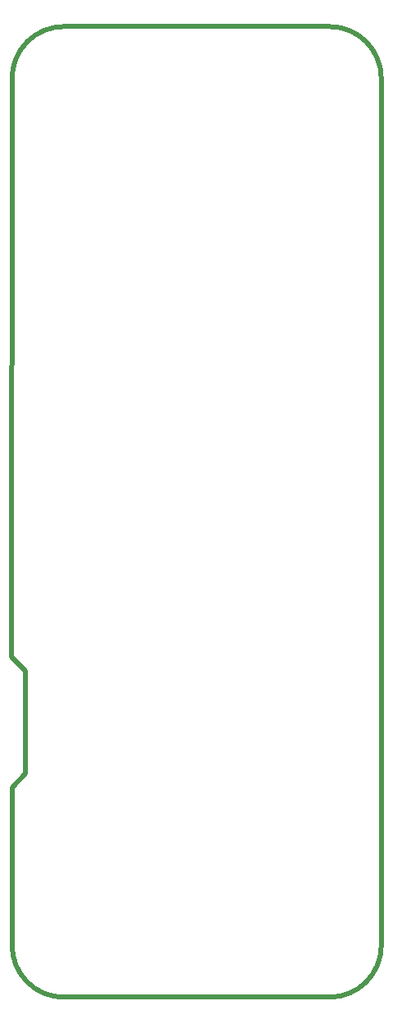
<source format=gbr>
%TF.GenerationSoftware,KiCad,Pcbnew,(6.0.2)*%
%TF.CreationDate,2022-04-15T22:59:47-04:00*%
%TF.ProjectId,Nova,4e6f7661-2e6b-4696-9361-645f70636258,rev?*%
%TF.SameCoordinates,Original*%
%TF.FileFunction,Profile,NP*%
%FSLAX46Y46*%
G04 Gerber Fmt 4.6, Leading zero omitted, Abs format (unit mm)*
G04 Created by KiCad (PCBNEW (6.0.2)) date 2022-04-15 22:59:47*
%MOMM*%
%LPD*%
G01*
G04 APERTURE LIST*
%TA.AperFunction,Profile*%
%ADD10C,0.500000*%
%TD*%
G04 APERTURE END LIST*
D10*
X178816000Y-138430000D02*
X178816000Y-49022000D01*
X173482000Y-43688000D02*
X146050000Y-43688000D01*
X146050000Y-143764000D02*
X173482000Y-143764000D01*
X140716000Y-138430000D02*
X140710000Y-122180000D01*
X173482000Y-143764000D02*
G75*
G03*
X178816000Y-138430000I1J5333999D01*
G01*
X142120000Y-110140000D02*
X140686000Y-108642000D01*
X146050000Y-43688000D02*
G75*
G03*
X140716000Y-49022000I-1J-5333999D01*
G01*
X178816000Y-49022000D02*
G75*
G03*
X173482000Y-43688000I-5333999J1D01*
G01*
X142120000Y-110140000D02*
X142090000Y-120710000D01*
X142090000Y-120710000D02*
X140710000Y-122180000D01*
X140686000Y-108642000D02*
X140716000Y-49022000D01*
X140716000Y-138430000D02*
G75*
G03*
X146050000Y-143764000I5333999J-1D01*
G01*
M02*

</source>
